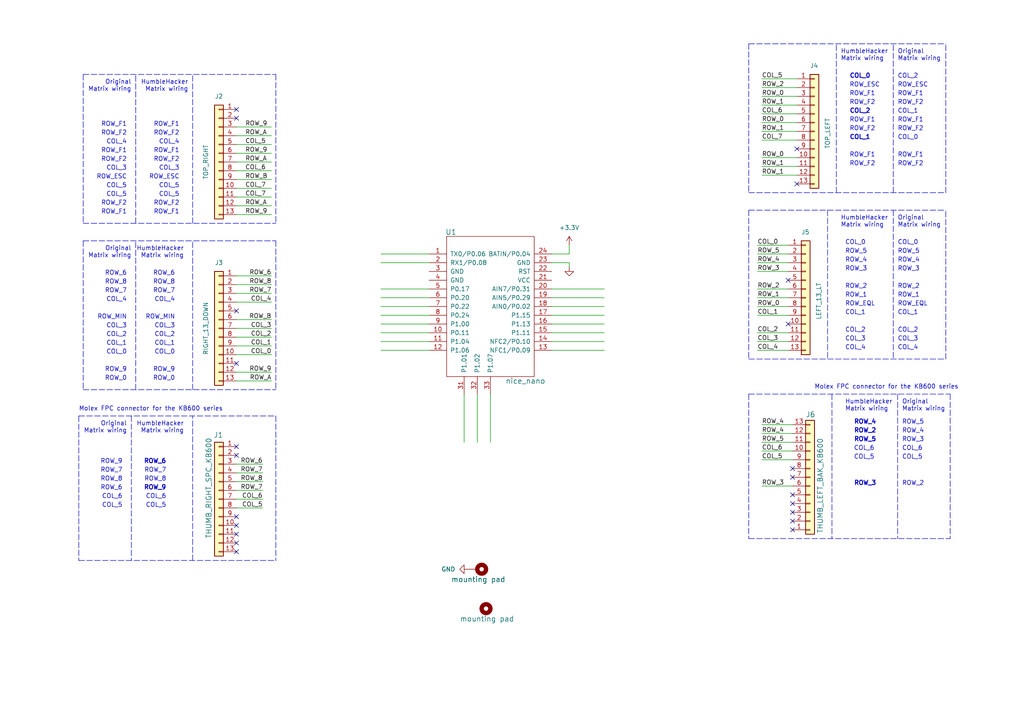
<source format=kicad_sch>
(kicad_sch (version 20211123) (generator eeschema)
  (paper "A4")
  (lib_symbols
    (symbol "Connector_Generic:Conn_01x13" (pin_names (offset 1.016) hide)
      (property "Reference" "J" (at 0 17.78 0))
      (property "Value" "Conn_01x13" (at 0 -17.78 0))
      (symbol "Conn_01x13_1_1"
        (rectangle (start -1.27 -15.113) (end 0 -15.367) (stroke (width 0.1524)))
        (rectangle (start -1.27 -12.573) (end 0 -12.827) (stroke (width 0.1524)))
        (rectangle (start -1.27 -10.033) (end 0 -10.287) (stroke (width 0.1524)))
        (rectangle (start -1.27 -7.493) (end 0 -7.747) (stroke (width 0.1524)))
        (rectangle (start -1.27 -4.953) (end 0 -5.207) (stroke (width 0.1524)))
        (rectangle (start -1.27 -2.413) (end 0 -2.667) (stroke (width 0.1524)))
        (rectangle (start -1.27 0.127) (end 0 -0.127) (stroke (width 0.1524)))
        (rectangle (start -1.27 2.667) (end 0 2.413) (stroke (width 0.1524)))
        (rectangle (start -1.27 5.207) (end 0 4.953) (stroke (width 0.1524)))
        (rectangle (start -1.27 7.747) (end 0 7.493) (stroke (width 0.1524)))
        (rectangle (start -1.27 10.287) (end 0 10.033) (stroke (width 0.1524)))
        (rectangle (start -1.27 12.827) (end 0 12.573) (stroke (width 0.1524)))
        (rectangle (start -1.27 15.367) (end 0 15.113) (stroke (width 0.1524)))
        (rectangle (start -1.27 16.51) (end 1.27 -16.51) (stroke (width 0.254)) (fill (type background)))
        (pin passive line (at -5.08 15.24 0) (length 3.81) (name "Pin_1") (number "1"))
        (pin passive line (at -5.08 -7.62 0) (length 3.81) (name "Pin_10") (number "10"))
        (pin passive line (at -5.08 -10.16 0) (length 3.81) (name "Pin_11") (number "11"))
        (pin passive line (at -5.08 -12.7 0) (length 3.81) (name "Pin_12") (number "12"))
        (pin passive line (at -5.08 -15.24 0) (length 3.81) (name "Pin_13") (number "13"))
        (pin passive line (at -5.08 12.7 0) (length 3.81) (name "Pin_2") (number "2"))
        (pin passive line (at -5.08 10.16 0) (length 3.81) (name "Pin_3") (number "3"))
        (pin passive line (at -5.08 7.62 0) (length 3.81) (name "Pin_4") (number "4"))
        (pin passive line (at -5.08 5.08 0) (length 3.81) (name "Pin_5") (number "5"))
        (pin passive line (at -5.08 2.54 0) (length 3.81) (name "Pin_6") (number "6"))
        (pin passive line (at -5.08 0 0) (length 3.81) (name "Pin_7") (number "7"))
        (pin passive line (at -5.08 -2.54 0) (length 3.81) (name "Pin_8") (number "8"))
        (pin passive line (at -5.08 -5.08 0) (length 3.81) (name "Pin_9") (number "9"))
      )
    )
    (symbol "MCU_Module:nice_nano" (pin_names (offset 1.016))
      (property "Reference" "U" (at 0 0 0))
      (property "Value" "nice_nano" (at 0 2.54 0))
      (symbol "nice_nano_0_1"
        (rectangle (start -12.7 -21.59) (end 12.7 19.05))
      )
      (symbol "nice_nano_1_1"
        (pin input line (at -17.78 13.97 0) (length 5.08) (name "TX0/P0.06") (number "1"))
        (pin input line (at -17.78 -8.89 0) (length 5.08) (name "P0.11") (number "10"))
        (pin input line (at -17.78 -11.43 0) (length 5.08) (name "P1.04") (number "11"))
        (pin input line (at -17.78 -13.97 0) (length 5.08) (name "P1.06") (number "12"))
        (pin input line (at 17.78 -13.97 180) (length 5.08) (name "NFC1/P0.09") (number "13"))
        (pin input line (at 17.78 -11.43 180) (length 5.08) (name "NFC2/P0.10") (number "14"))
        (pin input line (at 17.78 -8.89 180) (length 5.08) (name "P1.11") (number "15"))
        (pin input line (at 17.78 -6.35 180) (length 5.08) (name "P1.13") (number "16"))
        (pin input line (at 17.78 -3.81 180) (length 5.08) (name "P1.15") (number "17"))
        (pin input line (at 17.78 -1.27 180) (length 5.08) (name "AIN0/P0.02") (number "18"))
        (pin input line (at 17.78 1.27 180) (length 5.08) (name "AIN5/P0.29") (number "19"))
        (pin input line (at -17.78 11.43 0) (length 5.08) (name "RX1/P0.08") (number "2"))
        (pin input line (at 17.78 3.81 180) (length 5.08) (name "AIN7/P0.31") (number "20"))
        (pin input line (at 17.78 6.35 180) (length 5.08) (name "VCC") (number "21"))
        (pin input line (at 17.78 8.89 180) (length 5.08) (name "RST") (number "22"))
        (pin input line (at 17.78 11.43 180) (length 5.08) (name "GND") (number "23"))
        (pin input line (at 17.78 13.97 180) (length 5.08) (name "BATIN/P0.04") (number "24"))
        (pin input line (at -17.78 8.89 0) (length 5.08) (name "GND") (number "3"))
        (pin input line (at -7.62 -26.67 90) (length 5.08) (name "P1.01") (number "31"))
        (pin input line (at -3.81 -26.67 90) (length 5.08) (name "P1.02") (number "32"))
        (pin input line (at 0 -26.67 90) (length 5.08) (name "P1.07") (number "33"))
        (pin input line (at -17.78 6.35 0) (length 5.08) (name "GND") (number "4"))
        (pin input line (at -17.78 3.81 0) (length 5.08) (name "P0.17") (number "5"))
        (pin input line (at -17.78 1.27 0) (length 5.08) (name "P0.20") (number "6"))
        (pin input line (at -17.78 -1.27 0) (length 5.08) (name "P0.22") (number "7"))
        (pin input line (at -17.78 -3.81 0) (length 5.08) (name "P0.24") (number "8"))
        (pin input line (at -17.78 -6.35 0) (length 5.08) (name "P1.00") (number "9"))
      )
    )
    (symbol "Mechanical:MountingHole" (pin_names (offset 1.016))
      (property "Reference" "H" (at 0 5.08 0))
      (property "Value" "MountingHole" (at 0 3.175 0))
      (symbol "MountingHole_0_1"
        (circle (center 0 0) (radius 1.27) (stroke (width 1.27)))
      )
    )
    (symbol "Mechanical:MountingHole_Pad" (pin_numbers hide) (pin_names (offset 1.016) hide)
      (property "Reference" "H" (at 0 6.35 0))
      (property "Value" "MountingHole_Pad" (at 0 4.445 0))
      (symbol "MountingHole_Pad_0_1"
        (circle (center 0 1.27) (radius 1.27) (stroke (width 1.27)))
      )
      (symbol "MountingHole_Pad_1_1"
        (pin input line (at 0 -2.54 90) (length 2.54) (name "1") (number "1"))
      )
    )
    (symbol "power:+3.3V" (power) (pin_names (offset 0))
      (property "Value" "+3.3V" (at 0 3.556 0))
      (symbol "+3.3V_0_1"
        (polyline (pts (xy -0.762 1.27) (xy 0 2.54)))
        (polyline (pts (xy 0 0) (xy 0 2.54)))
        (polyline (pts (xy 0 2.54) (xy 0.762 1.27)))
      )
      (symbol "+3.3V_1_1"
        (pin power_in line (at 0 0 90) (length 0) hide (name "+3.3V") (number "1"))
      )
    )
    (symbol "power:GND" (power) (pin_names (offset 0))
      (property "Value" "GND" (at 0 -3.81 0))
      (symbol "GND_0_1"
        (polyline (pts (xy 0 0) (xy 0 -1.27) (xy 1.27 -1.27) (xy 0 -2.54) (xy -1.27 -1.27) (xy 0 -1.27)))
      )
      (symbol "GND_1_1"
        (pin power_in line (at 0 0 270) (length 0) hide (name "GND") (number "1"))
      )
    )
  )
  (no_connect (at 68.58 31.75))
  (no_connect (at 68.58 160.02))
  (no_connect (at 68.58 34.29))
  (no_connect (at 229.87 153.67))
  (no_connect (at 68.58 129.54))
  (no_connect (at 229.87 146.05))
  (no_connect (at 229.87 148.59))
  (no_connect (at 229.87 138.43))
  (no_connect (at 228.6 93.98))
  (no_connect (at 231.14 53.34))
  (no_connect (at 68.58 157.48))
  (no_connect (at 228.6 81.28))
  (no_connect (at 231.14 43.18))
  (no_connect (at 229.87 151.13))
  (no_connect (at 68.58 105.41))
  (no_connect (at 229.87 143.51))
  (no_connect (at 229.87 135.89))
  (no_connect (at 68.58 90.17))
  (no_connect (at 68.58 154.94))
  (no_connect (at 68.58 132.08))
  (no_connect (at 68.58 149.86))
  (no_connect (at 68.58 152.4))
  (polyline (pts (xy 24.13 64.77) (xy 80.01 64.77)))
  (polyline (pts (xy 217.17 12.7) (xy 217.17 55.88)))
  (polyline (pts (xy 240.03 60.96) (xy 240.03 104.14)))
  (wire (pts (xy 110.49 88.9) (xy 124.46 88.9)))
  (wire (pts (xy 76.2 144.78) (xy 68.58 144.78)))
  (wire (pts (xy 160.02 93.98) (xy 175.26 93.98)))
  (wire (pts (xy 110.49 96.52) (xy 124.46 96.52)))
  (wire (pts (xy 68.58 41.91) (xy 78.74 41.91)))
  (polyline (pts (xy 274.32 55.88) (xy 274.32 12.7)))
  (polyline (pts (xy 24.13 113.03) (xy 80.01 113.03)))
  (wire (pts (xy 110.49 101.6) (xy 124.46 101.6)))
  (wire (pts (xy 68.58 36.83) (xy 78.74 36.83)))
  (wire (pts (xy 76.2 142.24) (xy 68.58 142.24)))
  (wire (pts (xy 138.43 114.3) (xy 138.43 128.27)))
  (wire (pts (xy 110.49 73.66) (xy 124.46 73.66)))
  (wire (pts (xy 110.49 86.36) (xy 124.46 86.36)))
  (wire (pts (xy 78.74 107.95) (xy 68.58 107.95)))
  (wire (pts (xy 220.98 50.8) (xy 231.14 50.8)))
  (polyline (pts (xy 217.17 12.7) (xy 274.32 12.7)))
  (wire (pts (xy 160.02 91.44) (xy 175.26 91.44)))
  (wire (pts (xy 220.98 33.02) (xy 231.14 33.02)))
  (wire (pts (xy 219.71 101.6) (xy 228.6 101.6)))
  (polyline (pts (xy 242.57 55.88) (xy 242.57 12.7)))
  (wire (pts (xy 219.71 78.74) (xy 228.6 78.74)))
  (wire (pts (xy 160.02 86.36) (xy 175.26 86.36)))
  (wire (pts (xy 68.58 49.53) (xy 78.74 49.53)))
  (wire (pts (xy 220.98 45.72) (xy 231.14 45.72)))
  (wire (pts (xy 220.98 38.1) (xy 231.14 38.1)))
  (wire (pts (xy 219.71 99.06) (xy 228.6 99.06)))
  (polyline (pts (xy 217.17 114.3) (xy 275.59 114.3)))
  (wire (pts (xy 68.58 54.61) (xy 78.74 54.61)))
  (wire (pts (xy 220.98 27.94) (xy 231.14 27.94)))
  (wire (pts (xy 110.49 93.98) (xy 124.46 93.98)))
  (polyline (pts (xy 24.13 69.85) (xy 80.01 69.85)))
  (polyline (pts (xy 24.13 21.59) (xy 24.13 64.77)))
  (wire (pts (xy 165.1 77.47) (xy 165.1 76.2)))
  (wire (pts (xy 220.98 25.4) (xy 231.14 25.4)))
  (polyline (pts (xy 259.08 60.96) (xy 259.08 104.14)))
  (polyline (pts (xy 38.1 120.65) (xy 38.1 162.56)))
  (wire (pts (xy 219.71 71.12) (xy 228.6 71.12)))
  (polyline (pts (xy 275.59 114.3) (xy 275.59 156.21)))
  (polyline (pts (xy 260.35 114.3) (xy 260.35 156.21)))
  (wire (pts (xy 68.58 44.45) (xy 78.74 44.45)))
  (polyline (pts (xy 39.37 113.03) (xy 39.37 69.85)))
  (wire (pts (xy 220.98 22.86) (xy 231.14 22.86)))
  (wire (pts (xy 142.24 114.3) (xy 142.24 128.27)))
  (wire (pts (xy 78.74 62.23) (xy 68.58 62.23)))
  (polyline (pts (xy 22.86 162.56) (xy 80.01 162.56)))
  (wire (pts (xy 160.02 76.2) (xy 165.1 76.2)))
  (wire (pts (xy 78.74 110.49) (xy 68.58 110.49)))
  (polyline (pts (xy 80.01 69.85) (xy 80.01 113.03)))
  (wire (pts (xy 219.71 91.44) (xy 228.6 91.44)))
  (wire (pts (xy 76.2 134.62) (xy 68.58 134.62)))
  (wire (pts (xy 160.02 73.66) (xy 165.1 73.66)))
  (polyline (pts (xy 24.13 21.59) (xy 80.01 21.59)))
  (wire (pts (xy 68.58 39.37) (xy 78.74 39.37)))
  (wire (pts (xy 165.1 71.12) (xy 165.1 73.66)))
  (wire (pts (xy 160.02 83.82) (xy 175.26 83.82)))
  (polyline (pts (xy 55.88 113.03) (xy 55.88 69.85)))
  (wire (pts (xy 78.74 82.55) (xy 68.58 82.55)))
  (polyline (pts (xy 241.3 114.3) (xy 241.3 156.21)))
  (wire (pts (xy 220.98 133.35) (xy 229.87 133.35)))
  (wire (pts (xy 229.87 125.73) (xy 220.98 125.73)))
  (polyline (pts (xy 217.17 60.96) (xy 217.17 104.14)))
  (wire (pts (xy 78.74 87.63) (xy 68.58 87.63)))
  (wire (pts (xy 219.71 88.9) (xy 228.6 88.9)))
  (wire (pts (xy 76.2 139.7) (xy 68.58 139.7)))
  (wire (pts (xy 110.49 83.82) (xy 124.46 83.82)))
  (wire (pts (xy 220.98 40.64) (xy 231.14 40.64)))
  (wire (pts (xy 76.2 137.16) (xy 68.58 137.16)))
  (polyline (pts (xy 55.88 162.56) (xy 55.88 120.65)))
  (wire (pts (xy 160.02 88.9) (xy 175.26 88.9)))
  (polyline (pts (xy 22.86 120.65) (xy 80.01 120.65)))
  (wire (pts (xy 160.02 99.06) (xy 175.26 99.06)))
  (wire (pts (xy 78.74 92.71) (xy 68.58 92.71)))
  (wire (pts (xy 68.58 57.15) (xy 78.74 57.15)))
  (wire (pts (xy 76.2 147.32) (xy 68.58 147.32)))
  (polyline (pts (xy 80.01 21.59) (xy 80.01 64.77)))
  (polyline (pts (xy 217.17 60.96) (xy 274.32 60.96)))
  (polyline (pts (xy 274.32 104.14) (xy 274.32 60.96)))
  (wire (pts (xy 110.49 99.06) (xy 124.46 99.06)))
  (polyline (pts (xy 22.86 120.65) (xy 22.86 162.56)))
  (polyline (pts (xy 217.17 114.3) (xy 217.17 156.21)))
  (wire (pts (xy 229.87 130.81) (xy 220.98 130.81)))
  (wire (pts (xy 78.74 59.69) (xy 68.58 59.69)))
  (wire (pts (xy 78.74 97.79) (xy 68.58 97.79)))
  (polyline (pts (xy 217.17 55.88) (xy 274.32 55.88)))
  (wire (pts (xy 68.58 100.33) (xy 78.74 100.33)))
  (wire (pts (xy 219.71 73.66) (xy 228.6 73.66)))
  (wire (pts (xy 78.74 102.87) (xy 68.58 102.87)))
  (wire (pts (xy 220.98 30.48) (xy 231.14 30.48)))
  (wire (pts (xy 220.98 48.26) (xy 231.14 48.26)))
  (wire (pts (xy 229.87 140.97) (xy 220.98 140.97)))
  (wire (pts (xy 219.71 83.82) (xy 228.6 83.82)))
  (wire (pts (xy 78.74 95.25) (xy 68.58 95.25)))
  (wire (pts (xy 110.49 91.44) (xy 124.46 91.44)))
  (polyline (pts (xy 80.01 120.65) (xy 80.01 162.56)))
  (wire (pts (xy 68.58 46.99) (xy 78.74 46.99)))
  (polyline (pts (xy 24.13 69.85) (xy 24.13 113.03)))
  (wire (pts (xy 219.71 76.2) (xy 228.6 76.2)))
  (polyline (pts (xy 217.17 156.21) (xy 275.59 156.21)))
  (wire (pts (xy 68.58 52.07) (xy 78.74 52.07)))
  (wire (pts (xy 160.02 96.52) (xy 175.26 96.52)))
  (polyline (pts (xy 39.37 64.77) (xy 39.37 21.59)))
  (wire (pts (xy 219.71 86.36) (xy 228.6 86.36)))
  (wire (pts (xy 220.98 123.19) (xy 229.87 123.19)))
  (wire (pts (xy 220.98 35.56) (xy 231.14 35.56)))
  (wire (pts (xy 68.58 85.09) (xy 78.74 85.09)))
  (polyline (pts (xy 217.17 104.14) (xy 274.32 104.14)))
  (wire (pts (xy 160.02 101.6) (xy 175.26 101.6)))
  (polyline (pts (xy 55.88 64.77) (xy 55.88 21.59)))
  (wire (pts (xy 220.98 128.27) (xy 229.87 128.27)))
  (wire (pts (xy 110.49 76.2) (xy 124.46 76.2)))
  (wire (pts (xy 78.74 80.01) (xy 68.58 80.01)))
  (wire (pts (xy 219.71 96.52) (xy 228.6 96.52)))
  (polyline (pts (xy 259.08 55.88) (xy 259.08 12.7)))
  (wire (pts (xy 134.62 114.3) (xy 134.62 128.27)))
  (text "COL_4" (at 36.83 87.63 180) (effects (font (size 1.27 1.27)) (justify right bottom)))
  (text "COL_2" (at 260.35 22.86 0) (effects (font (size 1.27 1.27)) (justify left bottom)))
  (text "COL_6" (at 35.56 144.78 180) (effects (font (size 1.27 1.27)) (justify right bottom)))
  (text "COL_1" (at 260.35 33.02 0) (effects (font (size 1.27 1.27)) (justify left bottom)))
  (text "ROW_F2" (at 52.07 46.99 180) (effects (font (size 1.27 1.27)) (justify right bottom)))
  (text "ROW_F2" (at 246.38 30.48 0) (effects (font (size 1.27 1.27)) (justify left bottom)))
  (text "Original\nMatrix wiring" (at 261.62 119.38 0) (effects (font (size 1.27 1.27)) (justify left bottom)))
  (text "ROW_3" (at 247.65 140.97 0) (effects (font (size 1.27 1.27) (thickness 0.254) bold) (justify left bottom)))
  (text "ROW_0" (at 36.83 110.49 180) (effects (font (size 1.27 1.27)) (justify right bottom)))
  (text "ROW_8" (at 35.56 139.7 180) (effects (font (size 1.27 1.27)) (justify right bottom)))
  (text "COL_3" (at 52.07 49.53 180) (effects (font (size 1.27 1.27)) (justify right bottom)))
  (text "ROW_F2" (at 260.35 30.48 0) (effects (font (size 1.27 1.27)) (justify left bottom)))
  (text "COL_1" (at 260.35 91.44 0) (effects (font (size 1.27 1.27)) (justify left bottom)))
  (text "ROW_3" (at 245.11 78.74 0) (effects (font (size 1.27 1.27)) (justify left bottom)))
  (text "ROW_2" (at 245.11 83.82 0) (effects (font (size 1.27 1.27)) (justify left bottom)))
  (text "ROW_F1" (at 36.83 44.45 180) (effects (font (size 1.27 1.27)) (justify right bottom)))
  (text "ROW_MIN" (at 50.8 92.71 180) (effects (font (size 1.27 1.27)) (justify right bottom)))
  (text "COL_1" (at 245.11 91.44 0) (effects (font (size 1.27 1.27)) (justify left bottom)))
  (text "Molex FPC connector for the KB600 series" (at 22.86 119.38 0) (effects (font (size 1.27 1.27)) (justify left bottom)))
  (text "ROW_6" (at 35.56 142.24 180) (effects (font (size 1.27 1.27)) (justify right bottom)))
  (text "COL_5" (at 52.07 54.61 180) (effects (font (size 1.27 1.27)) (justify right bottom)))
  (text "ROW_F1" (at 52.07 62.23 180) (effects (font (size 1.27 1.27)) (justify right bottom)))
  (text "COL_0" (at 246.38 22.86 0) (effects (font (size 1.27 1.27) (thickness 0.254) bold) (justify left bottom)))
  (text "ROW_F1" (at 246.38 35.56 0) (effects (font (size 1.27 1.27)) (justify left bottom)))
  (text "ROW_7" (at 35.56 137.16 180) (effects (font (size 1.27 1.27)) (justify right bottom)))
  (text "HumbleHacker\nMatrix wiring" (at 54.61 26.67 180) (effects (font (size 1.27 1.27)) (justify right bottom)))
  (text "ROW_5" (at 260.35 73.66 0) (effects (font (size 1.27 1.27)) (justify left bottom)))
  (text "COL_0" (at 50.8 102.87 180) (effects (font (size 1.27 1.27)) (justify right bottom)))
  (text "ROW_2" (at 260.35 83.82 0) (effects (font (size 1.27 1.27)) (justify left bottom)))
  (text "ROW_0" (at 50.8 110.49 180) (effects (font (size 1.27 1.27)) (justify right bottom)))
  (text "COL_4" (at 50.8 87.63 180) (effects (font (size 1.27 1.27)) (justify right bottom)))
  (text "COL_3" (at 245.11 99.06 0) (effects (font (size 1.27 1.27)) (justify left bottom)))
  (text "COL_1" (at 50.8 100.33 180) (effects (font (size 1.27 1.27)) (justify right bottom)))
  (text "COL_3" (at 36.83 49.53 180) (effects (font (size 1.27 1.27)) (justify right bottom)))
  (text "Original\nMatrix wiring" (at 36.83 125.73 180) (effects (font (size 1.27 1.27)) (justify right bottom)))
  (text "ROW_F2" (at 36.83 39.37 180) (effects (font (size 1.27 1.27)) (justify right bottom)))
  (text "COL_3" (at 50.8 95.25 180) (effects (font (size 1.27 1.27)) (justify right bottom)))
  (text "COL_3" (at 260.35 99.06 0) (effects (font (size 1.27 1.27)) (justify left bottom)))
  (text "ROW_4" (at 261.62 125.73 0) (effects (font (size 1.27 1.27)) (justify left bottom)))
  (text "COL_4" (at 36.83 41.91 180) (effects (font (size 1.27 1.27)) (justify right bottom)))
  (text "COL_6" (at 48.26 144.78 180) (effects (font (size 1.27 1.27)) (justify right bottom)))
  (text "COL_4" (at 260.35 101.6 0) (effects (font (size 1.27 1.27)) (justify left bottom)))
  (text "ROW_F1" (at 36.83 62.23 180) (effects (font (size 1.27 1.27)) (justify right bottom)))
  (text "ROW_ESC" (at 246.38 25.4 0) (effects (font (size 1.27 1.27)) (justify left bottom)))
  (text "COL_4" (at 52.07 41.91 180) (effects (font (size 1.27 1.27)) (justify right bottom)))
  (text "ROW_7" (at 50.8 85.09 180) (effects (font (size 1.27 1.27)) (justify right bottom)))
  (text "ROW_F1" (at 52.07 44.45 180) (effects (font (size 1.27 1.27)) (justify right bottom)))
  (text "ROW_9" (at 35.56 134.62 180) (effects (font (size 1.27 1.27)) (justify right bottom)))
  (text "COL_0" (at 260.35 40.64 0) (effects (font (size 1.27 1.27)) (justify left bottom)))
  (text "HumbleHacker\nMatrix wiring" (at 53.34 74.93 180) (effects (font (size 1.27 1.27)) (justify right bottom)))
  (text "COL_5" (at 52.07 57.15 180) (effects (font (size 1.27 1.27)) (justify right bottom)))
  (text "ROW_EQL" (at 260.35 88.9 0) (effects (font (size 1.27 1.27)) (justify left bottom)))
  (text "ROW_8" (at 50.8 82.55 180) (effects (font (size 1.27 1.27)) (justify right bottom)))
  (text "COL_0" (at 36.83 102.87 180) (effects (font (size 1.27 1.27)) (justify right bottom)))
  (text "ROW_8" (at 36.83 82.55 180) (effects (font (size 1.27 1.27)) (justify right bottom)))
  (text "COL_2" (at 245.11 96.52 0) (effects (font (size 1.27 1.27)) (justify left bottom)))
  (text "ROW_4" (at 260.35 76.2 0) (effects (font (size 1.27 1.27)) (justify left bottom)))
  (text "COL_2" (at 36.83 97.79 180) (effects (font (size 1.27 1.27)) (justify right bottom)))
  (text "ROW_7" (at 48.26 137.16 180) (effects (font (size 1.27 1.27)) (justify right bottom)))
  (text "ROW_MIN" (at 36.83 92.71 180) (effects (font (size 1.27 1.27)) (justify right bottom)))
  (text "ROW_ESC" (at 36.83 52.07 180) (effects (font (size 1.27 1.27)) (justify right bottom)))
  (text "ROW_3" (at 260.35 78.74 0) (effects (font (size 1.27 1.27)) (justify left bottom)))
  (text "Original\nMatrix wiring" (at 38.1 26.67 180) (effects (font (size 1.27 1.27)) (justify right bottom)))
  (text "HumbleHacker\nMatrix wiring" (at 53.34 125.73 180) (effects (font (size 1.27 1.27)) (justify right bottom)))
  (text "ROW_F1" (at 260.35 27.94 0) (effects (font (size 1.27 1.27)) (justify left bottom)))
  (text "ROW_5" (at 245.11 73.66 0) (effects (font (size 1.27 1.27)) (justify left bottom)))
  (text "ROW_9" (at 48.26 142.24 180) (effects (font (size 1.27 1.27) (thickness 0.254) bold) (justify right bottom)))
  (text "ROW_F2" (at 36.83 46.99 180) (effects (font (size 1.27 1.27)) (justify right bottom)))
  (text "ROW_9" (at 50.8 107.95 180) (effects (font (size 1.27 1.27)) (justify right bottom)))
  (text "COL_1" (at 246.38 40.64 0) (effects (font (size 1.27 1.27) (thickness 0.254) bold) (justify left bottom)))
  (text "COL_5" (at 36.83 57.15 180) (effects (font (size 1.27 1.27)) (justify right bottom)))
  (text "Original\nMatrix wiring" (at 38.1 74.93 180) (effects (font (size 1.27 1.27)) (justify right bottom)))
  (text "ROW_F2" (at 260.35 48.26 0) (effects (font (size 1.27 1.27)) (justify left bottom)))
  (text "ROW_F1" (at 52.07 36.83 180) (effects (font (size 1.27 1.27)) (justify right bottom)))
  (text "ROW_8" (at 48.26 139.7 180) (effects (font (size 1.27 1.27)) (justify right bottom)))
  (text "ROW_F2" (at 246.38 48.26 0) (effects (font (size 1.27 1.27)) (justify left bottom)))
  (text "COL_5" (at 48.26 147.32 180) (effects (font (size 1.27 1.27)) (justify right bottom)))
  (text "COL_2" (at 50.8 97.79 180) (effects (font (size 1.27 1.27)) (justify right bottom)))
  (text "ROW_4" (at 245.11 76.2 0) (effects (font (size 1.27 1.27)) (justify left bottom)))
  (text "ROW_F1" (at 260.35 45.72 0) (effects (font (size 1.27 1.27)) (justify left bottom)))
  (text "ROW_6" (at 48.26 134.62 180) (effects (font (size 1.27 1.27) (thickness 0.254) bold) (justify right bottom)))
  (text "HumbleHacker\nMatrix wiring" (at 243.84 17.78 0) (effects (font (size 1.27 1.27)) (justify left bottom)))
  (text "ROW_F1" (at 246.38 45.72 0) (effects (font (size 1.27 1.27)) (justify left bottom)))
  (text "COL_4" (at 245.11 101.6 0) (effects (font (size 1.27 1.27)) (justify left bottom)))
  (text "ROW_F1" (at 36.83 36.83 180) (effects (font (size 1.27 1.27)) (justify right bottom)))
  (text "ROW_EQL" (at 245.11 88.9 0) (effects (font (size 1.27 1.27)) (justify left bottom)))
  (text "COL_5" (at 247.65 133.35 0) (effects (font (size 1.27 1.27)) (justify left bottom)))
  (text "ROW_F1" (at 260.35 35.56 0) (effects (font (size 1.27 1.27)) (justify left bottom)))
  (text "Original\nMatrix wiring" (at 260.35 66.04 0) (effects (font (size 1.27 1.27)) (justify left bottom)))
  (text "COL_5" (at 35.56 147.32 180) (effects (font (size 1.27 1.27)) (justify right bottom)))
  (text "ROW_F2" (at 36.83 59.69 180) (effects (font (size 1.27 1.27)) (justify right bottom)))
  (text "ROW_F2" (at 260.35 38.1 0) (effects (font (size 1.27 1.27)) (justify left bottom)))
  (text "COL_3" (at 36.83 95.25 180) (effects (font (size 1.27 1.27)) (justify right bottom)))
  (text "ROW_3" (at 261.62 128.27 0) (effects (font (size 1.27 1.27)) (justify left bottom)))
  (text "COL_5" (at 261.62 133.35 0) (effects (font (size 1.27 1.27)) (justify left bottom)))
  (text "COL_6" (at 247.65 130.81 0) (effects (font (size 1.27 1.27)) (justify left bottom)))
  (text "COL_1" (at 36.83 100.33 180) (effects (font (size 1.27 1.27)) (justify right bottom)))
  (text "COL_2" (at 260.35 96.52 0) (effects (font (size 1.27 1.27)) (justify left bottom)))
  (text "ROW_F2" (at 246.38 38.1 0) (effects (font (size 1.27 1.27)) (justify left bottom)))
  (text "ROW_6" (at 36.83 80.01 180) (effects (font (size 1.27 1.27)) (justify right bottom)))
  (text "ROW_ESC" (at 52.07 52.07 180) (effects (font (size 1.27 1.27)) (justify right bottom)))
  (text "COL_0" (at 260.35 71.12 0) (effects (font (size 1.27 1.27)) (justify left bottom)))
  (text "COL_5" (at 36.83 54.61 180) (effects (font (size 1.27 1.27)) (justify right bottom)))
  (text "ROW_6" (at 50.8 80.01 180) (effects (font (size 1.27 1.27)) (justify right bottom)))
  (text "ROW_2" (at 247.65 125.73 0) (effects (font (size 1.27 1.27) (thickness 0.254) bold) (justify left bottom)))
  (text "ROW_5" (at 247.65 128.27 0) (effects (font (size 1.27 1.27) (thickness 0.254) bold) (justify left bottom)))
  (text "COL_6" (at 261.62 130.81 0) (effects (font (size 1.27 1.27)) (justify left bottom)))
  (text "HumbleHacker\nMatrix wiring" (at 243.84 66.04 0) (effects (font (size 1.27 1.27)) (justify left bottom)))
  (text "ROW_9" (at 36.83 107.95 180) (effects (font (size 1.27 1.27)) (justify right bottom)))
  (text "COL_0" (at 245.11 71.12 0) (effects (font (size 1.27 1.27)) (justify left bottom)))
  (text "ROW_F2" (at 52.07 59.69 180) (effects (font (size 1.27 1.27)) (justify right bottom)))
  (text "ROW_ESC" (at 260.35 25.4 0) (effects (font (size 1.27 1.27)) (justify left bottom)))
  (text "Original\nMatrix wiring" (at 260.35 17.78 0) (effects (font (size 1.27 1.27)) (justify left bottom)))
  (text "ROW_1" (at 260.35 86.36 0) (effects (font (size 1.27 1.27)) (justify left bottom)))
  (text "ROW_5" (at 261.62 123.19 0) (effects (font (size 1.27 1.27)) (justify left bottom)))
  (text "Molex FPC connector for the KB600 series" (at 236.22 113.03 0) (effects (font (size 1.27 1.27)) (justify left bottom)))
  (text "HumbleHacker\nMatrix wiring" (at 245.11 119.38 0) (effects (font (size 1.27 1.27)) (justify left bottom)))
  (text "ROW_7" (at 36.83 85.09 180) (effects (font (size 1.27 1.27)) (justify right bottom)))
  (text "ROW_2" (at 261.62 140.97 0) (effects (font (size 1.27 1.27)) (justify left bottom)))
  (text "ROW_F2" (at 52.07 39.37 180) (effects (font (size 1.27 1.27)) (justify right bottom)))
  (text "COL_2" (at 246.38 33.02 0) (effects (font (size 1.27 1.27) (thickness 0.254) bold) (justify left bottom)))
  (text "ROW_4" (at 247.65 123.19 0) (effects (font (size 1.27 1.27) (thickness 0.254) bold) (justify left bottom)))
  (text "ROW_F1" (at 246.38 27.94 0) (effects (font (size 1.27 1.27)) (justify left bottom)))
  (text "ROW_1" (at 245.11 86.36 0) (effects (font (size 1.27 1.27)) (justify left bottom)))
  (label "ROW_4" (at 220.98 125.73 0))
  (label "COL_3" (at 219.71 99.06 0))
  (label "ROW_9" (at 71.12 36.83 0))
  (label "COL_6" (at 71.12 49.53 0))
  (label "COL_2" (at 78.74 97.79 180))
  (label "COL_2" (at 219.71 96.52 0))
  (label "ROW_A" (at 78.74 110.49 180))
  (label "ROW_B" (at 78.74 92.71 180))
  (label "ROW_1" (at 220.98 48.26 0))
  (label "ROW_0" (at 220.98 27.94 0))
  (label "ROW_9" (at 71.12 62.23 0))
  (label "ROW_7" (at 76.2 137.16 180))
  (label "COL_1" (at 219.71 91.44 0))
  (label "COL_7" (at 71.12 57.15 0))
  (label "COL_0" (at 78.74 102.87 180))
  (label "COL_5" (at 71.12 41.91 0))
  (label "COL_7" (at 220.98 40.64 0))
  (label "COL_4" (at 219.71 101.6 0))
  (label "ROW_A" (at 71.12 46.99 0))
  (label "ROW_5" (at 220.98 128.27 0))
  (label "COL_6" (at 220.98 130.81 0))
  (label "ROW_7" (at 78.74 85.09 180))
  (label "ROW_1" (at 220.98 30.48 0))
  (label "ROW_3" (at 219.71 78.74 0))
  (label "ROW_4" (at 219.71 76.2 0))
  (label "ROW_4" (at 220.98 123.19 0))
  (label "COL_5" (at 220.98 22.86 0))
  (label "ROW_B" (at 71.12 52.07 0))
  (label "ROW_0" (at 220.98 35.56 0))
  (label "ROW_1" (at 220.98 50.8 0))
  (label "COL_7" (at 71.12 54.61 0))
  (label "ROW_1" (at 220.98 38.1 0))
  (label "ROW_9" (at 78.74 107.95 180))
  (label "ROW_9" (at 71.12 44.45 0))
  (label "COL_3" (at 78.74 95.25 180))
  (label "COL_1" (at 78.74 100.33 180))
  (label "COL_5" (at 220.98 133.35 0))
  (label "ROW_3" (at 220.98 140.97 0))
  (label "ROW_0" (at 220.98 45.72 0))
  (label "ROW_5" (at 219.71 73.66 0))
  (label "ROW_A" (at 71.12 59.69 0))
  (label "ROW_A" (at 71.12 39.37 0))
  (label "ROW_8" (at 76.2 139.7 180))
  (label "COL_4" (at 78.74 87.63 180))
  (label "COL_6" (at 76.2 144.78 180))
  (label "COL_6" (at 220.98 33.02 0))
  (label "ROW_6" (at 78.74 80.01 180))
  (label "ROW_6" (at 76.2 134.62 180))
  (label "COL_5" (at 76.2 147.32 180))
  (label "ROW_2" (at 220.98 25.4 0))
  (label "ROW_8" (at 78.74 82.55 180))
  (label "ROW_1" (at 219.71 86.36 0))
  (label "ROW_0" (at 219.71 88.9 0))
  (label "ROW_2" (at 219.71 83.82 0))
  (label "COL_0" (at 219.71 71.12 0))
  (label "ROW_7" (at 76.2 142.24 180))
  (symbol (lib_id "Connector_Generic:Conn_01x13") (at 234.95 138.43 0) (mirror x) (unit 1)
    (property "Reference" "J6" (at 233.68 119.38 0) (effects (font (size 1.4986 1.4986)) (justify left bottom)))
    (property "Value" "THUMB_LEFT_BAK_KB600" (at 238.76 127 90) (effects (font (size 1.4986 1.4986)) (justify left bottom)))
    (property "Footprint" "kinx:39-53-2135" (effects hide))
    (property "digikeypn" "WM14526-ND" (effects hide))
    (property "MPN" "39-53-2135" (effects hide))
    (property "mouserpn" "538-39-53-2135" (effects hide))
  )
  (symbol (lib_id "Connector_Generic:Conn_01x13") (at 63.5 144.78 0) (mirror y) (unit 1)
    (property "Reference" "J1" (at 64.77 127 0) (effects (font (size 1.4986 1.4986)) (justify left bottom)))
    (property "Value" "THUMB_RIGHT_SPC_KB600" (at 59.69 156.21 90) (effects (font (size 1.4986 1.4986)) (justify left bottom)))
    (property "Footprint" "kinx:39-53-2135" (effects hide))
    (property "digikeypn" "WM14526-ND" (effects hide))
    (property "MPN" "39-53-2135" (effects hide))
    (property "mouserpn" "538-39-53-2135" (effects hide))
  )
  (symbol (lib_id "power:GND") (at 135.89 165.1 270) (unit 1)
    (property "Reference" "#PWR0103" (effects hide))
    (property "Value" "GND" (at 132.08 165.0999 90) (effects (justify right)))
  )
  (symbol (lib_id "power:GND") (at 165.1 77.47 0) (unit 1)
    (property "Reference" "#PWR0101" (effects hide))
    (property "Value" "GND" (effects hide))
  )
  (symbol (lib_id "Connector_Generic:Conn_01x13") (at 236.22 38.1 0) (unit 1)
    (property "Reference" "J4" (at 234.95 19.05 0) (effects (justify left)))
    (property "Value" "TOP_LEFT" (at 240.03 43.18 90) (effects (justify left)))
    (property "Footprint" "kinx:39-53-2135" (effects hide))
    (property "digikeypn" "WM14526-ND" (effects hide))
    (property "MPN" "39-53-2135" (effects hide))
    (property "mouserpn" "538-39-53-2135" (effects hide))
  )
  (symbol (lib_id "Connector_Generic:Conn_01x13") (at 63.5 46.99 0) (mirror y) (unit 1)
    (property "Reference" "J2" (at 63.5 27.94 0))
    (property "Value" "TOP_RIGHT" (at 59.69 46.99 90))
    (property "Footprint" "kinx:39-53-2135" (effects hide))
    (property "digikeypn" "WM14526-ND" (effects hide))
    (property "MPN" "39-53-2135" (effects hide))
    (property "mouserpn" "538-39-53-2135" (effects hide))
  )
  (symbol (lib_id "Connector_Generic:Conn_01x13") (at 63.5 95.25 0) (mirror y) (unit 1)
    (property "Reference" "J3" (at 63.5 76.2 0))
    (property "Value" "RIGHT_13_DOWN" (at 59.69 95.25 90))
    (property "Footprint" "kinx:39-53-2135" (effects hide))
    (property "digikeypn" "WM14526-ND" (effects hide))
    (property "MPN" "39-53-2135" (effects hide))
    (property "mouserpn" "538-39-53-2135" (effects hide))
  )
  (symbol (lib_id "Connector_Generic:Conn_01x13") (at 233.68 86.36 0) (unit 1)
    (property "Reference" "J5" (at 232.41 67.31 0) (effects (justify left)))
    (property "Value" "LEFT_13_LT" (at 237.49 92.71 90) (effects (justify left)))
    (property "Footprint" "kinx:39-53-2135" (effects hide))
    (property "digikeypn" "WM14526-ND" (effects hide))
    (property "MPN" "39-53-2135" (effects hide))
    (property "mouserpn" "538-39-53-2135" (effects hide))
  )
  (symbol (lib_id "Mechanical:MountingHole_Pad") (at 138.43 165.1 270) (unit 1)
    (property "Reference" "H?" (effects hide))
    (property "Value" "mounting pad" (at 130.81 168.91 90) (effects (font (size 1.4986 1.4986)) (justify left bottom)))
    (property "Footprint" "MountingHole:MountingHole_4.3mm_M4_Pad" (effects hide))
  )
  (symbol (lib_id "Mechanical:MountingHole") (at 140.97 176.53 270) (unit 1)
    (property "Reference" "H?" (effects hide))
    (property "Value" "mounting pad" (at 133.35 180.34 90) (effects (font (size 1.4986 1.4986)) (justify left bottom)))
    (property "Footprint" "MountingHole:MountingHole_6mm" (effects hide))
  )
  (symbol (lib_id "MCU_Module:nice_nano") (at 142.24 87.63 0) (unit 1)
    (property "Reference" "U1" (at 130.81 67.31 0) (effects (font (size 1.524 1.524))))
    (property "Value" "nice_nano" (at 152.4 110.49 0) (effects (font (size 1.524 1.524))))
    (property "Footprint" "Module:nice_nano" (effects hide))
  )
  (symbol (lib_id "power:+3.3V") (at 165.1 71.12 0) (unit 1)
    (property "Reference" "#PWR0102" (effects hide))
    (property "Value" "+3.3V" (at 165.1 66.04 0))
  )
)
</source>
